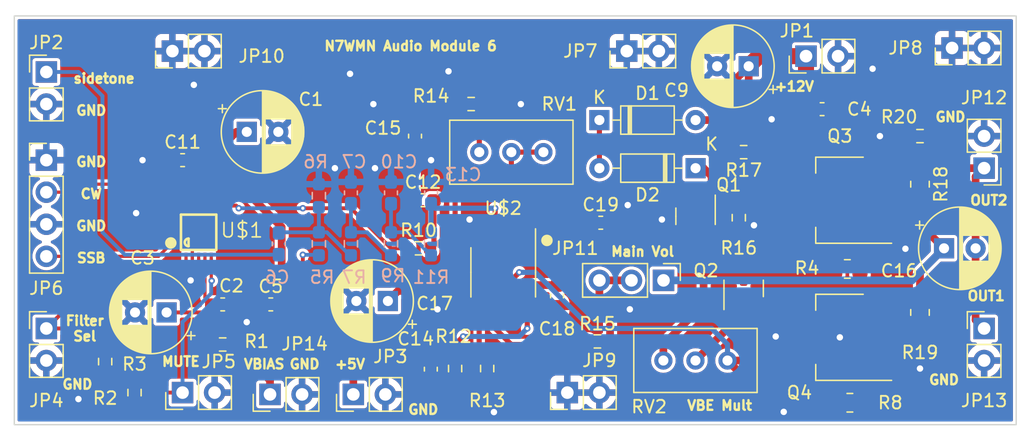
<source format=kicad_pcb>
(kicad_pcb (version 20211014) (generator pcbnew)
  (layers (0 "F.Cu" signal) (31 "B.Cu" signal) (34 "B.Paste" user) (35 "F.Paste" user) (36 "B.SilkS" user "B.Silkscreen") (37 "F.SilkS" user "F.Silkscreen") (38 "B.Mask" user) (39 "F.Mask" user) (44 "Edge.Cuts" user))
  (net 0 "")
  (net 1 "/VCC5")
  (net 2 "GND")
  (net 3 "/VBIAS")
  (net 4 "Net-(C6-Pad1)")
  (net 5 "Net-(C6-Pad2)")
  (net 6 "Net-(C7-Pad2)")
  (net 7 "Net-(Q3-Pad1)")
  (net 8 "Net-(C10-Pad2)")
  (net 9 "Net-(C12-Pad1)")
  (net 10 "Net-(C12-Pad2)")
  (net 11 "Net-(C13-Pad2)")
  (net 12 "Net-(C14-Pad2)")
  (net 13 "Net-(C15-Pad1)")
  (net 14 "Net-(C16-Pad1)")
  (net 15 "Net-(C16-Pad2)")
  (net 16 "Net-(D1-Pad1)")
  (net 17 "Net-(D2-Pad1)")
  (net 18 "/FILTER_SEL")
  (net 19 "/MUTE")
  (net 20 "/CW")
  (net 21 "/SSB")
  (net 22 "Net-(JP11-Pad2)")
  (net 23 "Net-(Q1-Pad2)")
  (net 24 "Net-(Q1-Pad3)")
  (net 25 "Net-(Q2-Pad1)")
  (net 26 "Net-(Q2-Pad2)")
  (net 27 "Net-(Q3-Pad3)")
  (net 28 "Net-(Q4-Pad3)")
  (net 29 "Net-(R10-Pad1)")
  (net 30 "Net-(R14-Pad1)")
  (net 31 "Net-(RV1-Pad1)")
  (net 32 "Net-(U$1-Pad10)")
  (net 33 "Net-(Q4-Pad1)")
  (net 34 "/VCC12")
  (footprint "Capacitor_THT:CP_Radial_D6.3mm_P2.50mm" (layer "F.Cu") (at 88.265 120.645 180)
    (fp_text reference "C3")
    (fp_text value "4.7uF")
  )
  (footprint "Potentiometer_THT:Potentiometer_Bourns_3296W_Vertical" (layer "F.Cu") (at 118.12 107.945)
    (fp_text reference "RV1")
    (fp_text value "R_Potentiometer_US")
  )
  (footprint "Capacitor_SMD:C_0603_1608Metric_Pad1.08x0.95mm_HandSolder" (layer "F.Cu") (at 108.585 111.755)
    (fp_text reference "C12")
    (fp_text value "47uF")
  )
  (footprint "Resistor_SMD:R_0603_1608Metric_Pad0.98x0.95mm_HandSolder" (layer "F.Cu") (at 122.4 122.94)
    (fp_text reference "R15")
    (fp_text value "0")
  )
  (footprint "audioModule2:MSOP10" (layer "F.Cu") (at 90.805 114.295)
    (fp_text reference "U$1")
    (fp_text value "TS5A23157")
  )
  (footprint "Resistor_SMD:R_0805_2012Metric_Pad1.20x1.40mm_HandSolder" (layer "F.Cu") (at 142.4 127.8)
    (fp_text reference "R8")
    (fp_text value "22")
  )
  (footprint "Resistor_SMD:R_0603_1608Metric_Pad0.98x0.95mm_HandSolder" (layer "F.Cu") (at 147.955 106.675)
    (fp_text reference "R20")
    (fp_text value "1k")
  )
  (footprint "Connector_PinHeader_2.54mm:PinHeader_1x02_P2.54mm_Vertical" (layer "F.Cu") (at 153.035 121.915)
    (fp_text reference "JP13")
    (fp_text value "OUT1")
  )
  (footprint "Connector_PinHeader_2.54mm:PinHeader_1x02_P2.54mm_Vertical" (layer "F.Cu") (at 78.74 101.595)
    (fp_text reference "JP2")
    (fp_text value "SIDETONE")
  )
  (footprint "Capacitor_SMD:C_0603_1608Metric_Pad1.08x0.95mm_HandSolder" (layer "F.Cu") (at 122.6625 113.54)
    (fp_text reference "C19")
    (fp_text value "4.7uF")
  )
  (footprint "Package_TO_SOT_SMD:SOT-23" (layer "F.Cu") (at 130.175 113.025 -90)
    (fp_text reference "Q1")
    (fp_text value "MMBT3906")
  )
  (footprint "Connector_PinHeader_2.54mm:PinHeader_1x02_P2.54mm_Vertical" (layer "F.Cu") (at 120.015 126.995 90)
    (fp_text reference "JP9")
    (fp_text value "M02PTH")
  )
  (footprint "Capacitor_SMD:C_0603_1608Metric_Pad1.08x0.95mm_HandSolder" (layer "F.Cu") (at 96.52 120.01)
    (fp_text reference "C5")
    (fp_text value "0.1uF")
  )
  (footprint "Resistor_SMD:R_0603_1608Metric_Pad0.98x0.95mm_HandSolder" (layer "F.Cu") (at 92.71 123.185)
    (fp_text reference "R1")
    (fp_text value "10K")
  )
  (footprint "Capacitor_THT:CP_Radial_D6.3mm_P2.50mm" (layer "F.Cu") (at 149.86 115.565)
    (fp_text reference "C16")
    (fp_text value "100uF")
  )
  (footprint "Diode_THT:D_DO-35_SOD27_P7.62mm_Horizontal" (layer "F.Cu") (at 122.555 105.405)
    (fp_text reference "D1")
    (fp_text value "1N4148")
  )
  (footprint "Resistor_SMD:R_0603_1608Metric_Pad0.98x0.95mm_HandSolder" (layer "F.Cu") (at 83.4 124.54 -90)
    (fp_text reference "R2")
    (fp_text value "10K")
  )
  (footprint "Connector_PinHeader_2.54mm:PinHeader_1x02_P2.54mm_Vertical" (layer "F.Cu") (at 96.46 127.14 90)
    (fp_text reference "JP14")
    (fp_text value "VBIAS")
  )
  (footprint "Capacitor_SMD:C_0603_1608Metric_Pad1.08x0.95mm_HandSolder" (layer "F.Cu") (at 92.71 120.01)
    (fp_text reference "C2")
    (fp_text value "0.1uF")
  )
  (footprint "Potentiometer_THT:Potentiometer_Bourns_3296W_Vertical" (layer "F.Cu") (at 127.625 124.455 180)
    (fp_text reference "RV2")
    (fp_text value "2K")
  )
  (footprint "Connector_PinHeader_2.54mm:PinHeader_1x02_P2.54mm_Vertical" (layer "F.Cu") (at 78.74 121.915)
    (fp_text reference "JP4")
    (fp_text value "FILTER")
  )
  (footprint "Capacitor_SMD:C_0603_1608Metric_Pad1.08x0.95mm_HandSolder" (layer "F.Cu") (at 119.2 119.34 90)
    (fp_text reference "C18")
    (fp_text value "0.1uF")
  )
  (footprint "Package_TO_SOT_SMD:SOT-223" (layer "F.Cu") (at 141.605 122.6184 180)
    (fp_text reference "Q4")
    (fp_text value "PZT2907A")
  )
  (footprint "Capacitor_THT:CP_Radial_D6.3mm_P2.50mm" (layer "F.Cu") (at 105.8 119.74 180)
    (fp_text reference "C17")
    (fp_text value "4.7uF")
  )
  (footprint "Capacitor_SMD:C_0603_1608Metric_Pad1.08x0.95mm_HandSolder" (layer "F.Cu") (at 107.95 106.675 -90)
    (fp_text reference "C15")
    (fp_text value "4.7uF")
  )
  (footprint "Resistor_SMD:R_0603_1608Metric_Pad0.98x0.95mm_HandSolder" (layer "F.Cu") (at 112.395 104.135 180)
    (fp_text reference "R14")
    (fp_text value "604")
  )
  (footprint "Resistor_SMD:R_0805_2012Metric_Pad1.20x1.40mm_HandSolder" (layer "F.Cu") (at 142.2 117.2)
    (fp_text reference "R4")
    (fp_text value "22")
  )
  (footprint "Capacitor_SMD:C_0603_1608Metric_Pad1.08x0.95mm_HandSolder" (layer "F.Cu") (at 109.2 125.14 -90)
    (fp_text reference "C14")
    (fp_text value "0.1uF")
  )
  (footprint "Connector_PinHeader_2.54mm:PinHeader_1x02_P2.54mm_Vertical" (layer "F.Cu") (at 89.53 126.995 90)
    (fp_text reference "JP5")
    (fp_text value "MUTE")
  )
  (footprint "Connector_PinHeader_2.54mm:PinHeader_1x02_P2.54mm_Vertical" (layer "F.Cu") (at 88.725 99.94 90)
    (fp_text reference "JP10")
    (fp_text value "M02PTH")
  )
  (footprint "Resistor_SMD:R_0603_1608Metric_Pad0.98x0.95mm_HandSolder" (layer "F.Cu") (at 113.665 125.09 -90)
    (fp_text reference "R13")
    (fp_text value "10K")
  )
  (footprint "Connector_PinHeader_2.54mm:PinHeader_1x02_P2.54mm_Vertical" (layer "F.Cu") (at 103.06 127.14 90)
    (fp_text reference "JP3")
    (fp_text value "5V")
  )
  (footprint "Capacitor_SMD:C_0603_1608Metric_Pad1.08x0.95mm_HandSolder" (layer "F.Cu") (at 140.2 104.54 180)
    (fp_text reference "C4")
    (fp_text value "0.1uF")
  )
  (footprint "Connector_PinHeader_2.54mm:PinHeader_1x02_P2.54mm_Vertical" (layer "F.Cu") (at 138.925 100.34 90)
    (fp_text reference "JP1")
    (fp_text value "12V")
  )
  (footprint "Connector_PinHeader_2.54mm:PinHeader_1x03_P2.54mm_Vertical" (layer "F.Cu") (at 127.635 118.105 -90)
    (fp_text reference "JP11")
    (fp_text value "M03PTH")
  )
  (footprint "Package_TO_SOT_SMD:SOT-23" (layer "F.Cu") (at 133.985 118.74 90)
    (fp_text reference "Q2")
    (fp_text value "MMBT3904")
  )
  (footprint "Resistor_SMD:R_0603_1608Metric_Pad0.98x0.95mm_HandSolder" (layer "F.Cu") (at 108.2275 115.565)
    (fp_text reference "R10")
    (fp_text value "270")
  )
  (footprint "Resistor_SMD:R_0603_1608Metric_Pad0.98x0.95mm_HandSolder" (layer "F.Cu") (at 133.6 113.14 -90)
    (fp_text reference "R16")
    (fp_text value "14.3k")
  )
  (footprint "Package_TO_SOT_SMD:SOT-223" (layer "F.Cu") (at 141.605 111.755 180)
    (fp_text reference "Q3")
    (fp_text value "PZT2222A")
  )
  (footprint "Connector_PinHeader_2.54mm:PinHeader_1x04_P2.54mm_Vertical" (layer "F.Cu") (at 78.74 108.58)
    (fp_text reference "JP6")
    (fp_text value "AUDIO")
  )
  (footprint "Resistor_SMD:R_0603_1608Metric_Pad0.98x0.95mm_HandSolder" (layer "F.Cu") (at 85.725 126.995 -90)
    (fp_text reference "R3")
    (fp_text value "10K")
  )
  (footprint "Diode_THT:D_DO-35_SOD27_P7.62mm_Horizontal" (layer "F.Cu") (at 130.175 109.215 180)
    (fp_text reference "D2")
    (fp_text value "1N4148")
  )
  (footprint "Package_SO:SOIC-8_3.9x4.9mm_P1.27mm" (layer "F.Cu") (at 114.935 117.47 -90)
    (fp_text reference "U$2")
    (fp_text value "LM4562")
  )
  (footprint "Resistor_SMD:R_0603_1608Metric_Pad0.98x0.95mm_HandSolder" (layer "F.Cu") (at 111.125 125.09 -90)
    (fp_text reference "R12")
    (fp_text value "10K")
  )
  (footprint "Resistor_SMD:R_0805_2012Metric_Pad1.20x1.40mm_HandSolder" (layer "F.Cu") (at 147.955 120.645 -90)
    (fp_text reference "R19")
    (fp_text value "1")
  )
  (footprint "Connector_PinHeader_2.54mm:PinHeader_1x02_P2.54mm_Vertical" (layer "F.Cu") (at 150.495 99.695 90)
    (fp_text reference "JP8")
    (fp_text value "M02PTH")
  )
  (footprint "Resistor_SMD:R_0805_2012Metric_Pad1.20x1.40mm_HandSolder" (layer "F.Cu") (at 147.955 110.485 -90)
    (fp_text reference "R18")
    (fp_text value "1")
  )
  (footprint "Resistor_SMD:R_0603_1608Metric_Pad0.98x0.95mm_HandSolder" (layer "F.Cu") (at 133.985 107.945 180)
    (fp_text reference "R17")
    (fp_text value "75")
  )
  (footprint "Capacitor_THT:CP_Radial_D6.3mm_P2.50mm" (layer "F.Cu") (at 94.617621 106.34)
    (fp_text reference "C1")
    (fp_text value "CAP_POLPTH1")
  )
  (footprint "Connector_PinHeader_2.54mm:PinHeader_1x02_P2.54mm_Vertical" (layer "F.Cu") (at 153.035 109.215 180)
    (fp_text reference "JP12")
    (fp_text value "OUT2")
  )
  (footprint "Capacitor_SMD:C_0603_1608Metric_Pad1.08x0.95mm_HandSolder" (layer "F.Cu") (at 89.535 108.58)
    (fp_text reference "C11")
    (fp_text value "0.1uF")
  )
  (footprint "Connector_PinHeader_2.54mm:PinHeader_1x02_P2.54mm_Vertical" (layer "F.Cu") (at 124.725 99.94 90)
    (fp_text reference "JP7")
    (fp_text value "M02PTH")
  )
  (footprint "Capacitor_THT:CP_Radial_D6.3mm_P2.50mm" (layer "F.Cu") (at 134.38238 101.14 180)
    (fp_text reference "C9")
    (fp_text value "CAP_POLPTH1")
  )
  (footprint "Resistor_SMD:R_0603_1608Metric_Pad0.98x0.95mm_HandSolder" (layer "B.Cu") (at 100.33 111.3975 -90)
    (fp_text reference "R6")
    (fp_text value "47k")
  )
  (footprint "Resistor_SMD:R_0603_1608Metric_Pad0.98x0.95mm_HandSolder" (layer "B.Cu") (at 102.87 115.2075 90)
    (fp_text reference "R7")
    (fp_text value "10K")
  )
  (footprint "Capacitor_SMD:C_0603_1608Metric_Pad1.08x0.95mm_HandSolder" (layer "B.Cu") (at 109.22 111.17 -90)
    (fp_text reference "C13")
    (fp_text value "0.1uF")
  )
  (footprint "Capacitor_SMD:C_0603_1608Metric_Pad1.08x0.95mm_HandSolder" (layer "B.Cu") (at 97.155 115.2075 -90)
    (fp_text reference "C6")
    (fp_text value "0.1uF")
  )
  (footprint "Capacitor_SMD:C_0603_1608Metric_Pad1.08x0.95mm_HandSolder" (layer "B.Cu") (at 106.045 111.17 -90)
    (fp_text reference "C10")
    (fp_text value "0.1uF")
  )
  (footprint "Resistor_SMD:R_0603_1608Metric_Pad0.98x0.95mm_HandSolder" (layer "B.Cu") (at 100.33 115.2075 -90)
    (fp_text reference "R5")
    (fp_text value "47k")
  )
  (footprint "Resistor_SMD:R_0603_1608Metric_Pad0.98x0.95mm_HandSolder" (layer "B.Cu") (at 109.22 115.2075 90)
    (fp_text reference "R11")
    (fp_text value "10K")
  )
  (footprint "Capacitor_SMD:C_0603_1608Metric_Pad1.08x0.95mm_HandSolder" (layer "B.Cu") (at 102.87 111.17 -90)
    (fp_text reference "C7")
    (fp_text value "0.1uF")
  )
  (footprint "Resistor_SMD:R_0603_1608Metric_Pad0.98x0.95mm_HandSolder" (layer "B.Cu") (at 106.045 115.2075 90)
    (fp_text reference "R9")
    (fp_text value "10K")
  )
  (gr_circle (center 118.4 114.94) (end 118.781 114.94) (layer "F.SilkS") (width 0.15) (fill solid))
  (gr_circle (center 88.6 115.14) (end 88.981 115.14) (layer "F.SilkS") (width 0.15) (fill solid))
  (gr_rect (start 76.2 97.155) (end 155.575 129.54) (layer "Edge.Cuts") (width 0.1) (fill none))
  (gr_text "Filter\nSel" (at 81.788 121.92) (layer "F.SilkS") (effects (font (size 0.762 0.762) (thickness 0.1905))))
  (gr_text "Main Vol" (at 125.984 115.824) (layer "F.SilkS") (effects (font (size 0.762 0.762) (thickness 0.1905))))
  (gr_text "CW" (at 82.296 111.252) (layer "F.SilkS") (effects (font (size 0.762 0.762) (thickness 0.1905))))
  (gr_text "VBE Mult" (at 132.08 128.016) (layer "F.SilkS") (effects (font (size 0.762 0.762) (thickness 0.1905))))
  (gr_text "GND" (at 108.6 128.34) (layer "F.SilkS") (effects (font (size 0.762 0.762) (thickness 0.1905))))
  (gr_text "GND" (at 99.2 124.74) (layer "F.SilkS") (effects (font (size 0.762 0.762) (thickness 0.1905))))
  (gr_text "+12V" (at 138 102.74) (layer "F.SilkS") (effects (font (size 0.762 0.762) (thickness 0.1905))))
  (gr_text "OUT2" (at 153.416 111.76) (layer "F.SilkS") (effects (font (size 0.762 0.762) (thickness 0.1905))))
  (gr_text "+5V" (at 102.8 124.74) (layer "F.SilkS") (effects (font (size 0.762 0.762) (thickness 0.1905))))
  (gr_text "GND" (at 82.296 113.792) (layer "F.SilkS") (effects (font (size 0.762 0.762) (thickness 0.1905))))
  (gr_text "GND" (at 150.368 105.156) (layer "F.SilkS") (effects (font (size 0.762 0.762) (thickness 0.1905))))
  (gr_text "VBIAS" (at 96 124.74) (layer "F.SilkS") (effects (font (size 0.762 0.762) (thickness 0.1905))))
  (gr_text "GND" (at 149.86 125.984) (layer "F.SilkS") (effects (font (size 0.762 0.762) (thickness 0.1905))))
  (gr_text "SSB" (at 82.296 116.332) (layer "F.SilkS") (effects (font (size 0.762 0.762) (thickness 0.1905))))
  (gr_text "GND" (at 82.296 108.712) (layer "F.SilkS") (effects (font (size 0.762 0.762) (thickness 0.1905))))
  (gr_text "GND" (at 81.2 126.34) (layer "F.SilkS") (effects (font (size 0.762 0.762) (thickness 0.1905))))
  (gr_text "MUTE" (at 89.4 124.54) (layer "F.SilkS") (effects (font (size 0.762 0.762) (thickness 0.1905))))
  (gr_text "OUT1" (at 153.2 119.34) (layer "F.SilkS") (effects (font (size 0.762 0.762) (thickness 0.1905))))
  (gr_text "sidetone" (at 83.312 102.108) (layer "F.SilkS") (effects (font (size 0.762 0.762) (thickness 0.1905))))
  (gr_text "N7WMN Audio Module 6" (at 107.6 99.54) (layer "F.SilkS") (effects (font (size 0.762 0.762) (thickness 0.1905))))
  (gr_text "GND" (at 82.296 104.648) (layer "F.SilkS") (effects (font (size 0.762 0.762) (thickness 0.1905))))
  (segment (start 90.3975 109.4425) (end 90.805 109.85) (width 0.254) (layer "F.Cu") (net 1))
  (segment (start 103.06 127.14) (end 103.06 124.01) (width 0.6096) (layer "F.Cu") (net 1))
  (segment (start 97.3825 113.8875) (end 92.075 108.58) (width 0.6096) (layer "F.Cu") (net 1))
  (segment (start 92.075 108.58) (end 91.56 108.58) (width 0.6096) (layer "F.Cu") (net 1))
  (segment (start 103.06 124.01) (end 99.06 120.01) (width 0.6096) (layer "F.Cu") (net 1))
  (segment (start 90.805 109.85) (end 90.805 112.1819) (width 0.254) (layer "F.Cu") (net 1))
  (segment (start 91.56 108.58) (end 90.3975 108.58) (width 0.6096) (layer "F.Cu") (net 1))
  (segment (start 93.8 106.34) (end 91.56 108.58) (width 0.6096) (layer "F.Cu") (net 1))
  (segment (start 99.06 120.01) (end 97.3825 120.01) (width 0.6096) (layer "F.Cu") (net 1))
  (segment (start 97.3825 120.01) (end 97.3825 113.8875) (width 0.6096) (layer "F.Cu") (net 1))
  (segment (start 94.617621 106.34) (end 93.8 106.34) (width 0.6096) (layer "F.Cu") (net 1))
  (segment (start 90.3975 108.58) (end 90.3975 109.4425) (width 0.254) (layer "F.Cu") (net 1))
  (segment (start 90.435 118.105) (end 90.805 117.735) (width 0.254) (layer "F.Cu") (net 2))
  (segment (start 90.17 118.105) (end 90.435 118.105) (width 0.254) (layer "F.Cu") (net 2))
  (segment (start 90.805 117.735) (end 90.805 116.4081) (width 0.254) (layer "F.Cu") (net 2))
  (via (at 116.332 104.14) (size 0.762) (drill 0.508) (layers "F.Cu" "B.Cu") (net 2))
  (via (at 81.28 127.508) (size 0.762) (drill 0.508) (layers "F.Cu" "B.Cu") (net 2))
  (via (at 102.8 101.74) (size 0.762) (drill 0.508) (layers "F.Cu" "B.Cu") (net 2))
  (via (at 144.78 106.675) (size 0.762) (drill 0.508) (layers "F.Cu" "B.Cu") (net 2))
  (via (at 127.508 113.284) (size 0.762) (drill 0.508) (layers "F.Cu" "B.Cu") (net 2))
  (via (at 104.648 104.14) (size 0.762) (drill 0.508) (layers "F.Cu" "B.Cu") (net 2))
  (via (at 124.8 112.14) (size 0.762) (drill 0.508) (layers "F.Cu" "B.Cu") (net 2))
  (via (at 90.17 118.105) (size 0.762) (drill 0.508) (layers "F.Cu" "B.Cu") (net 2))
  (via (at 136.2 105.34) (size 0.762) (drill 0.508) (layers "F.Cu" "B.Cu") (net 2))
  (via (at 112.268 113.284) (size 0.762) (drill 0.508) (layers "F.Cu" "B.Cu") (net 2))
  (via (at 90.424 102.616) (size 0.762) (drill 0.508) (layers "F.Cu" "B.Cu") (net 2))
  (via (at 86.36 108.58) (size 0.762) (drill 0.508) (layers "F.Cu" "B.Cu") (net 2))
  (via (at 137.16 128.524) (size 0.762) (drill 0.508) (layers "F.Cu" "B.Cu") (net 2))
  (via (at 104.775 109.215) (size 0.762) (drill 0.508) (layers "F.Cu" "B.Cu") (net 2))
  (via (at 110.6 101.54) (size 0.762) (drill 0.508) (layers "F.Cu" "B.Cu") (net 2))
  (via (at 85.852 112.776) (size 0.762) (drill 0.508) (layers "F.Cu" "B.Cu") (net 2))
  (via (at 146.8 115.6) (size 0.762) (drill 0.508) (layers "F.Cu" "B.Cu") (net 2))
  (via (at 134.8 113.74) (size 0.762) (drill 0.508) (layers "F.Cu" "B.Cu") (net 2))
  (via (at 114.2 128.54) (size 0.762) (drill 0.508) (layers "F.Cu" "B.Cu") (net 2))
  (via (at 141.605 122.6184) (size 0.762) (drill 0.508) (layers "F.Cu" "B.Cu") (net 2))
  (via (at 147.955 125.09) (size 0.762) (drill 0.508) (layers "F.Cu" "B.Cu") (net 2))
  (via (at 101.6 109.215) (size 0.762) (drill 0.508) (layers "F.Cu" "B.Cu") (net 2))
  (via (at 136.525 122.55) (size 0.762) (drill 0.508) (layers "F.Cu" "B.Cu") (net 2))
  (via (at 144.2 101.34) (size 0.762) (drill 0.508) (layers "F.Cu" "B.Cu") (net 2))
  (via (at 124.968 120.396) (size 0.762) (drill 0.508) (layers "F.Cu" "B.Cu") (net 2))
  (via (at 109.22 108.58) (size 0.762) (drill 0.508) (layers "F.Cu" "B.Cu") (net 2))
  (via (at 94.615 121.412) (size 0.762) (drill 0.508) (layers "F.Cu" "B.Cu") (net 2))
  (via (at 109.728 120.396) (size 0.762) (drill 0.508) (layers "F.Cu" "B.Cu") (net 2))
  (segment (start 93.6225 122.1925) (end 93.6225 123.185) (width 0.4064) (layer "F.Cu") (net 3))
  (segment (start 96.46 127.14) (end 96.46 126.0225) (width 0.6096) (layer "F.Cu") (net 3))
  (segment (start 91.2125 120.645) (end 91.8475 120.01) (width 0.3048) (layer "F.Cu") (net 3))
  (segment (start 91.305 119.4675) (end 91.8475 120.01) (width 0.254) (layer "F.Cu") (net 3))
  (segment (start 91.8475 120.01) (end 91.8475 120.4175) (width 0.4064) (layer "F.Cu") (net 3))
  (segment (start 96.46 126.0225) (end 93.6225 123.185) (width 0.6096) (layer "F.Cu") (net 3))
  (segment (start 88.265 120.645) (end 91.2125 120.645) (width 0.3048) (layer "F.Cu") (net 3))
  (segment (start 91.8475 120.4175) (end 93.6225 122.1925) (width 0.4064) (layer "F.Cu") (net 3))
  (segment (start 91.305 116.4081) (end 91.305 119.4675) (width 0.254) (layer "F.Cu") (net 3))
  (segment (start 100.965 114.295) (end 100.33 114.295) (width 0.3048) (layer "B.Cu") (net 4))
  (segment (start 102.79 116.12) (end 100.965 114.295) (width 0.3048) (layer "B.Cu") (net 4))
  (segment (start 102.87 116.12) (end 102.79 116.12) (width 0.3048) (layer "B.Cu") (net 4))
  (segment (start 97.205 114.295) (end 97.155 114.345) (width 0.3048) (layer "B.Cu") (net 4))
  (segment (start 100.33 114.295) (end 100.33 112.31) (width 0.3048) (layer "B.Cu") (net 4))
  (segment (start 100.33 114.295) (end 97.205 114.295) (width 0.3048) (layer "B.Cu") (net 4))
  (segment (start 78.74 101.595) (end 81.28 101.595) (width 0.3048) (layer "B.Cu") (net 5))
  (segment (start 84.96 116.07) (end 97.155 116.07) (width 0.3048) (layer "B.Cu") (net 5))
  (segment (start 81.28 101.595) (end 83.185 103.5) (width 0.3048) (layer "B.Cu") (net 5))
  (segment (start 83.185 114.295) (end 84.96 116.07) (width 0.3048) (layer "B.Cu") (net 5))
  (segment (start 83.185 103.5) (end 83.185 114.295) (width 0.3048) (layer "B.Cu") (net 5))
  (segment (start 105.965 116.12) (end 104.14 114.295) (width 0.3048) (layer "B.Cu") (net 6))
  (segment (start 102.87 114.295) (end 102.87 112.0325) (width 0.3048) (layer "B.Cu") (net 6))
  (segment (start 106.045 116.12) (end 105.965 116.12) (width 0.3048) (layer "B.Cu") (net 6))
  (segment (start 104.14 114.295) (end 102.87 114.295) (width 0.3048) (layer "B.Cu") (net 6))
  (segment (start 143.2 117.2) (end 143.2 115.61) (width 0.6096) (layer "F.Cu") (net 7))
  (segment (start 143.2 115.61) (end 144.755 114.055) (width 0.6096) (layer "F.Cu") (net 7))
  (segment (start 107.395 114.295) (end 106.045 114.295) (width 0.3048) (layer "B.Cu") (net 8))
  (segment (start 109.22 116.12) (end 107.395 114.295) (width 0.3048) (layer "B.Cu") (net 8))
  (segment (start 106.045 114.295) (end 106.045 112.0325) (width 0.3048) (layer "B.Cu") (net 8))
  (segment (start 114.3 119.945) (end 114.3 121.915) (width 0.4064) (layer "F.Cu") (net 9))
  (segment (start 121.2425 123.185) (end 121.4875 122.94) (width 0.4064) (layer "F.Cu") (net 9))
  (segment (start 111.125 116.835) (end 111.76 117.47) (width 0.4064) (layer "F.Cu") (net 9))
  (segment (start 114.3 117.47) (end 114.3 119.945) (width 0.4064) (layer "F.Cu") (net 9))
  (segment (start 114.3 121.915) (end 115.57 123.185) (width 0.4064) (layer "F.Cu") (net 9))
  (segment (start 107.95 107.5375) (end 107.95 111.5275) (width 0.4064) (layer "F.Cu") (net 9))
  (segment (start 111.76 117.47) (end 114.3 117.47) (width 0.4064) (layer "F.Cu") (net 9))
  (segment (start 111.125 109.215) (end 111.125 116.835) (width 0.4064) (layer "F.Cu") (net 9))
  (segment (start 115.57 123.185) (end 121.2425 123.185) (width 0.4064) (layer "F.Cu") (net 9))
  (segment (start 107.95 111.5275) (end 107.7225 111.755) (width 0.4064) (layer "F.Cu") (net 9))
  (segment (start 107.95 107.5375) (end 109.4475 107.5375) (width 0.4064) (layer "F.Cu") (net 9))
  (segment (start 109.4475 107.5375) (end 111.125 109.215) (width 0.4064) (layer "F.Cu") (net 9))
  (segment (start 109.4475 111.755) (end 109.4475 115.2575) (width 0.4064) (layer "F.Cu") (net 10))
  (segment (start 109.4475 115.2575) (end 109.14 115.565) (width 0.4064) (layer "F.Cu") (net 10))
  (segment (start 114.3 114.995) (end 114.3 112.39) (width 0.4064) (layer "F.Cu") (net 11))
  (via (at 114.3 112.39) (size 0.508) (drill 0.254) (layers "F.Cu" "B.Cu") (net 11))
  (segment (start 109.5775 112.39) (end 109.22 112.0325) (width 0.4064) (layer "B.Cu") (net 11))
  (segment (start 114.3 112.39) (end 109.5775 112.39) (width 0.4064) (layer "B.Cu") (net 11))
  (segment (start 109.22 112.0325) (end 109.22 114.295) (width 0.4064) (layer "B.Cu") (net 11))
  (segment (start 113.03 119.945) (end 113.03 123.5425) (width 0.4064) (layer "F.Cu") (net 12))
  (segment (start 111.125 126.0025) (end 111.84 126.0025) (width 0.4064) (layer "F.Cu") (net 12))
  (segment (start 106.6 118.94) (end 112.025 118.94) (width 0.6096) (layer "F.Cu") (net 12))
  (segment (start 111.84 126.0025) (end 113.665 124.1775) (width 0.4064) (layer "F.Cu") (net 12))
  (segment (start 113.03 123.5425) (end 113.665 124.1775) (width 0.4064) (layer "F.Cu") (net 12))
  (segment (start 112.025 118.94) (end 113.03 119.945) (width 0.6096) (layer "F.Cu") (net 12))
  (segment (start 111.125 126.0025) (end 109.2 126.0025) (width 0.4064) (layer "F.Cu") (net 12))
  (segment (start 105.8 119.74) (end 106.6 118.94) (width 0.6096) (layer "F.Cu") (net 12))
  (segment (start 108.585 104.135) (end 107.95 104.77) (width 0.4064) (layer "F.Cu") (net 13))
  (segment (start 111.4825 104.135) (end 108.585 104.135) (width 0.4064) (layer "F.Cu") (net 13))
  (segment (start 107.95 104.77) (end 107.95 105.8125) (width 0.4064) (layer "F.Cu") (net 13))
  (segment (start 147.955 113.66) (end 149.86 115.565) (width 0.6096) (layer "F.Cu") (net 14))
  (segment (start 147.955 119.645) (end 147.955 117.47) (width 0.6096) (layer "F.Cu") (net 14))
  (segment (start 147.955 111.485) (end 147.955 113.66) (width 0.6096) (layer "F.Cu") (net 14))
  (segment (start 147.955 117.47) (end 149.86 115.565) (width 0.6096) (layer "F.Cu") (net 14))
  (segment (start 127.635 118.105) (end 147.32 118.105) (width 0.6096) (layer "B.Cu") (net 14))
  (segment (start 147.32 118.105) (end 149.86 115.565) (width 0.6096) (layer "B.Cu") (net 14))
  (segment (start 152.36 115.565) (end 152.36 109.89) (width 0.6096) (layer "F.Cu") (net 15))
  (segment (start 148.8675 106.9525) (end 148.8675 106.675) (width 0.6096) (layer "F.Cu") (net 15))
  (segment (start 152.36 115.565) (end 152.36 121.24) (width 0.6096) (layer "F.Cu") (net 15))
  (segment (start 152.36 121.24) (end 153.035 121.915) (width 0.6096) (layer "F.Cu") (net 15))
  (segment (start 152.36 109.89) (end 153.035 109.215) (width 0.6096) (layer "F.Cu") (net 15))
  (segment (start 153.035 109.215) (end 151.13 109.215) (width 0.6096) (layer "F.Cu") (net 15))
  (segment (start 151.13 109.215) (end 148.8675 106.9525) (width 0.6096) (layer "F.Cu") (net 15))
  (segment (start 122.555 105.405) (end 122.555 109.215) (width 0.4064) (layer "F.Cu") (net 16))
  (segment (start 130.175 109.215) (end 130.81 109.215) (width 0.6096) (layer "F.Cu") (net 17))
  (segment (start 133.6 112.2275) (end 133.485 112.1125) (width 0.6096) (layer "F.Cu") (net 17))
  (segment (start 131.445 109.85) (end 131.445 111.7675) (width 0.6096) (layer "F.Cu") (net 17))
  (segment (start 130.81 109.215) (end 131.445 109.85) (width 0.6096) (layer "F.Cu") (net 17))
  (segment (start 133.485 112.1125) (end 131.15 112.1125) (width 0.6096) (layer "F.Cu") (net 17))
  (segment (start 131.15 112.1125) (end 131.125 112.0875) (width 0.6096) (layer "F.Cu") (net 17))
  (segment (start 131.445 111.7675) (end 131.125 112.0875) (width 0.6096) (layer "F.Cu") (net 17))
  (segment (start 89.805 117.2) (end 88.9 118.105) (width 0.254) (layer "F.Cu") (net 18))
  (segment (start 88.9 118.105) (end 82.55 118.105) (width 0.3048) (layer "F.Cu") (net 18))
  (segment (start 78.74 121.915) (end 81.6875 121.915) (width 0.3048) (layer "F.Cu") (net 18))
  (segment (start 81.6875 121.915) (end 83.4 123.6275) (width 0.3048) (layer "F.Cu") (net 18))
  (segment (start 89.805 116.4081) (end 89.805 117.2) (width 0.254) (layer "F.Cu") (net 18))
  (segment (start 82.55 118.105) (end 78.74 121.915) (width 0.3048) (layer "F.Cu") (net 18))
  (segment (start 89.53 126.995) (end 86.6375 126.995) (width 0.3048) (layer "F.Cu") (net 19))
  (segment (start 86.6375 126.995) (end 85.725 126.0825) (width 0.3048) (layer "F.Cu") (net 19))
  (segment (start 91.805 116.4081) (end 91.805 118.1071) (width 0.254) (layer "F.Cu") (net 19))
  (segment (start 91.805 118.1071) (end 91.8379 118.14) (width 0.254) (layer "F.Cu") (net 19))
  (via (at 91.8379 118.14) (size 0.508) (drill 0.254) (layers "F.Cu" "B.Cu") (net 19))
  (segment (start 91.8 118.1779) (end 91.8 119.14) (width 0.3048) (layer "B.Cu") (net 19))
  (segment (start 91.8 119.14) (end 89.53 121.41) (width 0.3048) (layer "B.Cu") (net 19))
  (segment (start 89.53 121.41) (end 89.53 126.995) (width 0.3048) (layer "B.Cu") (net 19))
  (segment (start 91.8379 118.14) (end 91.8 118.1779) (width 0.3048) (layer "B.Cu") (net 19))
  (segment (start 80.645 111.12) (end 78.74 111.12) (width 0.254) (layer "F.Cu") (net 20))
  (segment (start 90.17 110.485) (end 81.28 110.485) (width 0.254) (layer "F.Cu") (net 20))
  (segment (start 90.305 112.1819) (end 90.305 110.62) (width 0.254) (layer "F.Cu") (net 20))
  (segment (start 81.28 110.485) (end 80.645 111.12) (width 0.254) (layer "F.Cu") (net 20))
  (segment (start 90.305 110.62) (end 90.17 110.485) (width 0.254) (layer "F.Cu") (net 20))
  (segment (start 78.74 116.2) (end 87.63 116.2) (width 0.254) (layer "F.Cu") (net 21))
  (segment (start 90.305 115.7) (end 90.305 116.4081) (width 0.254) (layer "F.Cu") (net 21))
  (segment (start 88.9 114.93) (end 89.535 114.93) (width 0.254) (layer "F.Cu") (net 21))
  (segment (start 89.535 114.93) (end 90.305 115.7) (width 0.254) (layer "F.Cu") (net 21))
  (segment (start 87.63 116.2) (end 88.9 114.93) (width 0.254) (layer "F.Cu") (net 21))
  (segment (start 123.4 122.8525) (end 123.3125 122.94) (width 0.6096) (layer "F.Cu") (net 22))
  (segment (start 122.555 118.105) (end 122.555 120.095) (width 0.6096) (layer "F.Cu") (net 22))
  (segment (start 123.4 120.94) (end 123.4 122.8525) (width 0.6096) (layer "F.Cu") (net 22))
  (segment (start 122.555 120.095) (end 123.4 120.94) (width 0.6096) (layer "F.Cu") (net 22))
  (segment (start 122.555 118.105) (end 125.095 118.105) (width 0.6096) (layer "F.Cu") (net 22))
  (segment (start 131.445 107.31) (end 128.905 107.31) (width 0.4064) (layer "F.Cu") (net 23))
  (segment (start 128.27 107.945) (end 128.27 111.1325) (width 0.4064) (layer "F.Cu") (net 23))
  (segment (start 128.905 107.31) (end 128.27 107.945) (width 0.4064) (layer "F.Cu") (net 23))
  (segment (start 133.0725 107.945) (end 132.08 107.945) (width 0.4064) (layer "F.Cu") (net 23))
  (segment (start 128.27 111.1325) (end 129.225 112.0875) (width 0.4064) (layer "F.Cu") (net 23))
  (segment (start 132.08 107.945) (end 131.445 107.31) (width 0.4064) (layer "F.Cu") (net 23))
  (segment (start 140.5975 117.8025) (end 141.2 117.2) (width 0.6096) (layer "F.Cu") (net 24))
  (segment (start 133.985 117.8025) (end 140.5975 117.8025) (width 0.6096) (layer "F.Cu") (net 24))
  (segment (start 130.175 116.865) (end 131.1125 117.8025) (width 0.6096) (layer "F.Cu") (net 24))
  (segment (start 127.625 124.455) (end 127.625 123.195) (width 0.6096) (layer "F.Cu") (net 24))
  (segment (start 130.81 118.105) (end 131.1125 117.8025) (width 0.6096) (layer "F.Cu") (net 24))
  (segment (start 130.81 120.01) (end 130.81 118.105) (width 0.6096) (layer "F.Cu") (net 24))
  (segment (start 130.175 113.9625) (end 130.175 116.865) (width 0.6096) (layer "F.Cu") (net 24))
  (segment (start 127.625 123.195) (end 130.81 120.01) (width 0.6096) (layer "F.Cu") (net 24))
  (segment (start 131.1125 117.8025) (end 133.985 117.8025) (width 0.6096) (layer "F.Cu") (net 24))
  (segment (start 130.165 124.455) (end 132.715 121.905) (width 0.6096) (layer "F.Cu") (net 25))
  (segment (start 132.715 119.9975) (end 133.035 119.6775) (width 0.6096) (layer "F.Cu") (net 25))
  (segment (start 132.715 121.905) (end 132.715 119.9975) (width 0.6096) (layer "F.Cu") (net 25))
  (segment (start 134.62 124.455) (end 132.705 124.455) (width 0.6096) (layer "F.Cu") (net 26))
  (segment (start 140.595 126.995) (end 141.4 127.8) (width 0.6096) (layer "F.Cu") (net 26))
  (segment (start 134.935 119.6775) (end 134.935 124.14) (width 0.6096) (layer "F.Cu") (net 26))
  (segment (start 134.935 124.14) (end 134.62 124.455) (width 0.6096) (layer "F.Cu") (net 26))
  (segment (start 135.245 126.995) (end 140.595 126.995) (width 0.6096) (layer "F.Cu") (net 26))
  (segment (start 115.57 118.105) (end 115.57 119.945) (width 0.4064) (layer "F.Cu") (net 26))
  (segment (start 132.705 124.455) (end 135.245 126.995) (width 0.6096) (layer "F.Cu") (net 26))
  (segment (start 116.205 117.47) (end 115.57 118.105) (width 0.4064) (layer "F.Cu") (net 26))
  (via (at 116.205 117.47) (size 0.508) (drill 0.254) (layers "F.Cu" "B.Cu") (net 26))
  (segment (start 131.445 121.915) (end 121.92 121.915) (width 0.4064) (layer "B.Cu") (net 26))
  (segment (start 121.92 121.915) (end 117.475 117.47) (width 0.4064) (layer "B.Cu") (net 26))
  (segment (start 117.475 117.47) (end 116.205 117.47) (width 0.4064) (layer "B.Cu") (net 26))
  (segment (start 132.705 123.175) (end 131.445 121.915) (width 0.4064) (layer "B.Cu") (net 26))
  (segment (start 132.705 124.455) (end 132.705 123.175) (width 0.4064) (layer "B.Cu") (net 26))
  (segment (start 144.755 109.455) (end 147.925 109.455) (width 0.6096) (layer "F.Cu") (net 27))
  (segment (start 147.925 109.455) (end 147.955 109.485) (width 0.6096) (layer "F.Cu") (net 27))
  (segment (start 147.32 121.915) (end 147.685 121.915) (width 0.6096) (layer "F.Cu") (net 28))
  (segment (start 145.7234 120.3184) (end 147.32 121.915) (width 0.6096) (layer "F.Cu") (net 28))
  (segment (start 147.685 121.915) (end 147.955 121.645) (width 0.6096) (layer "F.Cu") (net 28))
  (segment (start 144.755 120.3184) (end 145.7234 120.3184) (width 0.6096) (layer "F.Cu") (net 28))
  (segment (start 93.7719 112.1819) (end 93.98 112.39) (width 0.3048) (layer "F.Cu") (net 29))
  (segment (start 91.805 112.1819) (end 93.7719 112.1819) (width 0.3048) (layer "F.Cu") (net 29))
  (segment (start 106.045 115.565) (end 107.315 115.565) (width 0.3048) (layer "F.Cu") (net 29))
  (segment (start 99.06 112.39) (end 102.87 112.39) (width 0.3048) (layer "F.Cu") (net 29))
  (segment (start 102.87 112.39) (end 106.045 115.565) (width 0.3048) (layer "F.Cu") (net 29))
  (via (at 99.06 112.39) (size 0.508) (drill 0.254) (layers "F.Cu" "B.Cu") (net 29))
  (via (at 93.98 112.39) (size 0.508) (drill 0.254) (layers "F.Cu" "B.Cu") (net 29))
  (segment (start 93.98 112.39) (end 99.06 112.39) (width 0.3048) (layer "B.Cu") (net 29))
  (segment (start 113.04 104.4025) (end 113.3075 104.135) (width 0.4064) (layer "F.Cu") (net 30))
  (segment (start 113.04 107.945) (end 113.04 104.4025) (width 0.4064) (layer "F.Cu") (net 30))
  (segment (start 116.195 111.11) (end 115.58 111.11) (width 0.4064) (layer "F.Cu") (net 31))
  (segment (start 116.84 114.995) (end 116.84 111.755) (width 0.4064) (layer "F.Cu") (net 31))
  (segment (start 115.58 111.11) (end 115.58 114.985) (width 0.4064) (layer "F.Cu") (net 31))
  (segment (start 118.12 107.945) (end 115.58 107.945) (width 0.4064) (layer "F.Cu") (net 31))
  (segment (start 115.58 107.945) (end 115.58 111.11) (width 0.4064) (layer "F.Cu") (net 31))
  (segment (start 115.58 114.985) (end 115.57 114.995) (width 0.4064) (layer "F.Cu") (net 31))
  (segment (start 116.84 111.755) (end 116.195 111.11) (width 0.4064) (layer "F.Cu") (net 31))
  (segment (start 89.805 113.295) (end 90.17 113.66) (width 0.254) (layer "F.Cu") (net 32))
  (segment (start 91.305 113.16) (end 91.305 112.1819) (width 0.254) (layer "F.Cu") (net 32))
  (segment (start 90.805 113.66) (end 91.305 113.16) (width 0.254) (layer "F.Cu") (net 32))
  (segment (start 90.17 113.66) (end 90.805 113.66) (width 0.254) (layer "F.Cu") (net 32))
  (segment (start 89.805 112.1819) (end 89.805 113.295) (width 0.254) (layer "F.Cu") (net 32))
  (segment (start 143.4 127.8) (end 143.4 126.2734) (width 0.6096) (layer "F.Cu") (net 33))
  (segment (start 143.4 126.2734) (end 144.755 124.9184) (width 0.6096) (layer "F.Cu") (net 33))
  (segment (start 116.84 119.945) (end 116.84 118.9) (width 0.6096) (layer "F.Cu") (net 34))
  (segment (start 110.48 122.54) (end 111.125 123.185) (width 0.3048) (layer "F.Cu") (net 34))
  (segment (start 104 122.54) (end 110.48 122.54) (width 0.3048) (layer "F.Cu") (net 34))
  (segment (start 135.18238 100.34) (end 134.38238 101.14) (width 1.27) (layer "F.Cu") (net 34))
  (segment (start 119.6 113.54) (end 119.2 113.14) (width 0.6096) (layer "F.Cu") (net 34))
  (segment (start 119.2 118.4775) (end 119.2 113.14) (width 0.6096) (layer "F.Cu") (net 34))
  (segment (start 119.2 113.14) (end 119.2 111.54) (width 0.6096) (layer "F.Cu") (net 34))
  (segment (start 116.84 121.915) (end 116.84 119.945) (width 0.4064) (layer "F.Cu") (net 34))
  (segment (start 139.3375 104.54) (end 139.3375 110.8725) (width 1.27) (layer "F.Cu") (net 34))
  (segment (start 138.925 104.1275) (end 139.3375 104.54) (width 1.27) (layer "F.Cu") (net 34))
  (segment (start 119.2 111.54) (end 120.6 110.14) (width 0.6096) (layer "F.Cu") (net 34))
  (segment (start 120.6 110.14) (end 120.6 103.54) (width 0.6096) (layer "F.Cu") (net 34))
  (segment (start 132.78238 102.74) (end 134.38238 101.14) (width 0.6096) (layer "F.Cu") (net 34))
  (segment (start 111.125 124.1775) (end 111.125 123.185) (width 0.4064) (layer "F.Cu") (net 34))
  (segment (start 99.06 116.08) (end 99.06 117.6) (width 0.3048) (layer "F.Cu") (net 34))
  (segment (start 134.38238 104.37262) (end 134.38238 101.14) (width 0.6096) (layer "F.Cu") (net 34))
  (segment (start 99.06 117.6) (end 104 122.54) (width 0.3048) (layer "F.Cu") (net 34))
  (segment (start 133.35 105.405) (end 130.175 105.405) (width 0.6096) (layer "F.Cu") (net 34))
  (segment (start 117.2625 118.4775) (end 119.2 118.4775) (width 0.6096) (layer "F.Cu") (net 34))
  (segment (start 138.925 100.34) (end 138.925 104.1275) (width 1.27) (layer "F.Cu") (net 34))
  (segment (start 134.8975 106.9525) (end 133.35 105.405) (width 0.6096) (layer "F.Cu") (net 34))
  (segment (start 111.125 123.185) (end 111.76 122.55) (width 0.4064) (layer "F.Cu") (net 34))
  (segment (start 121.4 102.74) (end 132.78238 102.74) (width 0.6096) (layer "F.Cu") (net 34))
  (segment (start 139.3375 110.8725) (end 138.455 111.755) (width 1.27) (layer "F.Cu") (net 34))
  (segment (start 120.6 103.54) (end 121.4 102.74) (width 0.6096) (layer "F.Cu") (net 34))
  (segment (start 133.35 105.405) (end 134.38238 104.37262) (width 0.6096) (layer "F.Cu") (net 34))
  (segment (start 144.755 111.755) (end 138.455 111.755) (width 0.6096) (layer "F.Cu") (net 34))
  (segment (start 138.925 100.34) (end 135.18238 100.34) (width 1.27) (layer "F.Cu") (net 34))
  (segment (start 116.84 118.9) (end 117.2625 118.4775) (width 0.6096) (layer "F.Cu") (net 34))
  (segment (start 134.8975 107.945) (end 134.8975 106.9525) (width 0.6096) (layer "F.Cu") (net 34))
  (segment (start 121.8 113.54) (end 119.6 113.54) (width 0.6096) (layer "F.Cu") (net 34))
  (via (at 111.76 122.55) (size 0.508) (drill 0.254) (layers "F.Cu" "B.Cu") (net 34))
  (via (at 116.84 121.915) (size 0.508) (drill 0.254) (layers "F.Cu" "B.Cu") (net 34))
  (via (at 99.06 116.08) (size 0.508) (drill 0.254) (layers "F.Cu" "B.Cu") (net 34))
  (segment (start 111.76 122.55) (end 116.205 122.55) (width 0.4064) (layer "B.Cu") (net 34))
  (segment (start 99.06 116.08) (end 100.29 116.08) (width 0.3048) (layer "B.Cu") (net 34))
  (segment (start 100.29 116.08) (end 100.33 116.12) (width 0.3048) (layer "B.Cu") (net 34))
  (segment (start 116.205 122.55) (end 116.84 121.915) (width 0.4064) (layer "B.Cu") (net 34))
  (zone (net 2) (net_name "GND") (layers F&B.Cu) (connect_pads (clearance 0.254)) (min_thickness 0.254) (fill yes (thermal_gap 0.508) (thermal_bridge_width 0.508))
    (polygon (pts (xy 155.575 129.54) (xy 76.2 129.54) (xy 76.2 97.155) (xy 155.575 97.155)))
  )
)
</source>
